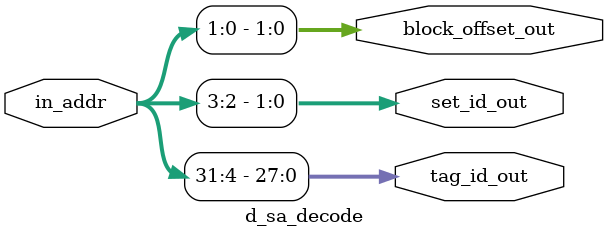
<source format=sv>
module d_sa_decode(in_addr,tag_id_out,set_id_out,block_offset_out);
input logic [31:0] in_addr;
output logic [27:0] tag_id_out;
output logic [1:0] set_id_out;
output logic [1:0] block_offset_out;

//define the outputs
assign tag_id_out=in_addr[31:4];
assign set_id_out=in_addr[3:2];
assign block_offset_out=in_addr[1:0];

endmodule

</source>
